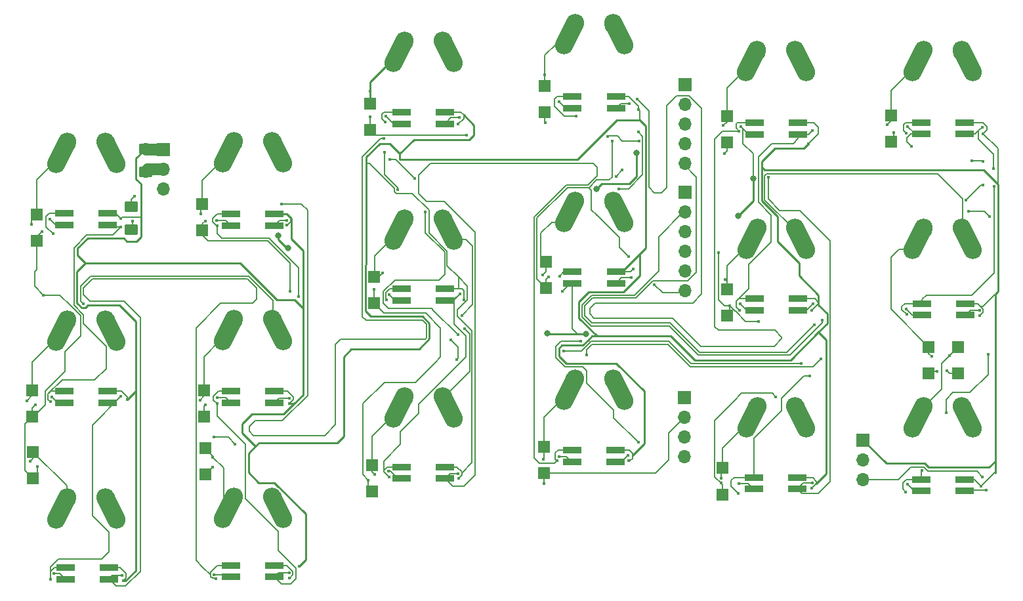
<source format=gbr>
G04 #@! TF.GenerationSoftware,KiCad,Pcbnew,(6.0.0)*
G04 #@! TF.CreationDate,2022-01-24T15:56:27+01:00*
G04 #@! TF.ProjectId,flex,666c6578-2e6b-4696-9361-645f70636258,rev?*
G04 #@! TF.SameCoordinates,Original*
G04 #@! TF.FileFunction,Copper,L1,Top*
G04 #@! TF.FilePolarity,Positive*
%FSLAX46Y46*%
G04 Gerber Fmt 4.6, Leading zero omitted, Abs format (unit mm)*
G04 Created by KiCad (PCBNEW (6.0.0)) date 2022-01-24 15:56:27*
%MOMM*%
%LPD*%
G01*
G04 APERTURE LIST*
G04 Aperture macros list*
%AMRoundRect*
0 Rectangle with rounded corners*
0 $1 Rounding radius*
0 $2 $3 $4 $5 $6 $7 $8 $9 X,Y pos of 4 corners*
0 Add a 4 corners polygon primitive as box body*
4,1,4,$2,$3,$4,$5,$6,$7,$8,$9,$2,$3,0*
0 Add four circle primitives for the rounded corners*
1,1,$1+$1,$2,$3*
1,1,$1+$1,$4,$5*
1,1,$1+$1,$6,$7*
1,1,$1+$1,$8,$9*
0 Add four rect primitives between the rounded corners*
20,1,$1+$1,$2,$3,$4,$5,0*
20,1,$1+$1,$4,$5,$6,$7,0*
20,1,$1+$1,$6,$7,$8,$9,0*
20,1,$1+$1,$8,$9,$2,$3,0*%
%AMHorizOval*
0 Thick line with rounded ends*
0 $1 width*
0 $2 $3 position (X,Y) of the first rounded end (center of the circle)*
0 $4 $5 position (X,Y) of the second rounded end (center of the circle)*
0 Add line between two ends*
20,1,$1,$2,$3,$4,$5,0*
0 Add two circle primitives to create the rounded ends*
1,1,$1,$2,$3*
1,1,$1,$4,$5*%
G04 Aperture macros list end*
G04 #@! TA.AperFunction,SMDPad,CuDef*
%ADD10R,1.524000X1.524000*%
G04 #@! TD*
G04 #@! TA.AperFunction,SMDPad,CuDef*
%ADD11R,2.400000X0.820000*%
G04 #@! TD*
G04 #@! TA.AperFunction,ComponentPad*
%ADD12R,1.700000X1.700000*%
G04 #@! TD*
G04 #@! TA.AperFunction,ComponentPad*
%ADD13O,1.700000X1.700000*%
G04 #@! TD*
G04 #@! TA.AperFunction,SMDPad,CuDef*
%ADD14RoundRect,0.250001X-0.624999X0.462499X-0.624999X-0.462499X0.624999X-0.462499X0.624999X0.462499X0*%
G04 #@! TD*
G04 #@! TA.AperFunction,ComponentPad*
%ADD15HorizOval,2.350000X-0.713917X1.431895X0.713917X-1.431895X0*%
G04 #@! TD*
G04 #@! TA.AperFunction,ComponentPad*
%ADD16C,2.350000*%
G04 #@! TD*
G04 #@! TA.AperFunction,ComponentPad*
%ADD17HorizOval,2.350000X0.713917X1.431895X-0.713917X-1.431895X0*%
G04 #@! TD*
G04 #@! TA.AperFunction,ViaPad*
%ADD18C,0.400000*%
G04 #@! TD*
G04 #@! TA.AperFunction,ViaPad*
%ADD19C,0.800000*%
G04 #@! TD*
G04 #@! TA.AperFunction,Conductor*
%ADD20C,0.130000*%
G04 #@! TD*
G04 #@! TA.AperFunction,Conductor*
%ADD21C,0.250000*%
G04 #@! TD*
G04 #@! TA.AperFunction,Conductor*
%ADD22C,0.150000*%
G04 #@! TD*
G04 #@! TA.AperFunction,Conductor*
%ADD23C,1.524000*%
G04 #@! TD*
G04 APERTURE END LIST*
D10*
X37325200Y-86864400D03*
X37325200Y-83464400D03*
D11*
X157055999Y-73067998D03*
X151455999Y-73067998D03*
X151455999Y-71567998D03*
X157055999Y-71567998D03*
D10*
X125825200Y-119564400D03*
X125825200Y-116164400D03*
X102875200Y-70214400D03*
X102875200Y-66814400D03*
D11*
X46640000Y-130480000D03*
X41040000Y-130480000D03*
X41040000Y-128980000D03*
X46640000Y-128980000D03*
D12*
X53670000Y-75100000D03*
D13*
X53670000Y-77640000D03*
X53670000Y-80180000D03*
D11*
X90006000Y-94517999D03*
X84406000Y-94517999D03*
X84406000Y-93017999D03*
X90006000Y-93017999D03*
D10*
X59084000Y-117006000D03*
X59084000Y-113606000D03*
X80875200Y-94864400D03*
X80875200Y-91464400D03*
D14*
X51350000Y-74982500D03*
X51350000Y-77957500D03*
D10*
X103071482Y-92945200D03*
X103071482Y-89545200D03*
X36725200Y-109514400D03*
X36725200Y-106114400D03*
D11*
X135556000Y-95818000D03*
X129956000Y-95818000D03*
X129956000Y-94318000D03*
X135556000Y-94318000D03*
X67965999Y-107747999D03*
X62365999Y-107747999D03*
X62365999Y-106247999D03*
X67965999Y-106247999D03*
D12*
X120960800Y-66719199D03*
D13*
X120960800Y-69259199D03*
X120960800Y-71799199D03*
X120960800Y-74339199D03*
X120960800Y-76879199D03*
D11*
X111981000Y-115367999D03*
X106381000Y-115367999D03*
X106381000Y-113867999D03*
X111981000Y-113867999D03*
D12*
X120960800Y-80536799D03*
D13*
X120960800Y-83076799D03*
X120960800Y-85616799D03*
X120960800Y-88156799D03*
X120960800Y-90696799D03*
X120960800Y-93236799D03*
D12*
X143955200Y-112534400D03*
D13*
X143955200Y-115074400D03*
X143955200Y-117614400D03*
D11*
X112056000Y-69717999D03*
X106456000Y-69717999D03*
X106456000Y-68217999D03*
X112056000Y-68217999D03*
D10*
X80375200Y-72564400D03*
X80375200Y-69164400D03*
D14*
X49510000Y-82412500D03*
X49510000Y-85387500D03*
D10*
X126375200Y-96514400D03*
X126375200Y-93114400D03*
X58675200Y-85514400D03*
X58675200Y-82114400D03*
D11*
X46450000Y-107760000D03*
X40850000Y-107760000D03*
X40850000Y-106260000D03*
X46450000Y-106260000D03*
D10*
X80575200Y-119214400D03*
X80575200Y-115814400D03*
D11*
X90006000Y-117517999D03*
X84406000Y-117517999D03*
X84406000Y-116017999D03*
X90006000Y-116017999D03*
D10*
X126375200Y-74114400D03*
X126375200Y-70714400D03*
D12*
X120900000Y-107100000D03*
D13*
X120900000Y-109640000D03*
X120900000Y-112180000D03*
X120900000Y-114720000D03*
D10*
X102775200Y-116814400D03*
X102775200Y-113414400D03*
D11*
X157055999Y-119117998D03*
X151455999Y-119117998D03*
X151455999Y-117617998D03*
X157055999Y-117617998D03*
X157155999Y-96417998D03*
X151555999Y-96417998D03*
X151555999Y-94917998D03*
X157155999Y-94917998D03*
D10*
X36825200Y-117464400D03*
X36825200Y-114064400D03*
D11*
X112056000Y-92317999D03*
X106456000Y-92317999D03*
X106456000Y-90817999D03*
X112056000Y-90817999D03*
X67965999Y-84857999D03*
X62365999Y-84857999D03*
X62365999Y-83357999D03*
X67965999Y-83357999D03*
D10*
X156175200Y-103964400D03*
X156175200Y-100564400D03*
X58889893Y-109514400D03*
X58889893Y-106114400D03*
D11*
X46500000Y-84760000D03*
X40900000Y-84760000D03*
X40900000Y-83260000D03*
X46500000Y-83260000D03*
X135456000Y-118868000D03*
X129856000Y-118868000D03*
X129856000Y-117368000D03*
X135456000Y-117368000D03*
D10*
X147525200Y-74064400D03*
X147525200Y-70664400D03*
X152425200Y-103964400D03*
X152425200Y-100564400D03*
D11*
X67965200Y-130204400D03*
X62365200Y-130204400D03*
X62365200Y-128704400D03*
X67965200Y-128704400D03*
X90006000Y-71717999D03*
X84406000Y-71717999D03*
X84406000Y-70217999D03*
X90006000Y-70217999D03*
X135556000Y-73118000D03*
X129956000Y-73118000D03*
X129956000Y-71618000D03*
X135556000Y-71618000D03*
D15*
X90416413Y-108315545D03*
D16*
X89793400Y-107073200D03*
D17*
X84090387Y-108315545D03*
D16*
X84713400Y-107073200D03*
X67781599Y-97116400D03*
D15*
X68404612Y-98358745D03*
D16*
X62701599Y-97116400D03*
D17*
X62078586Y-98358745D03*
D15*
X112387413Y-83144145D03*
D16*
X111764400Y-81901800D03*
X106684400Y-81901800D03*
D17*
X106061387Y-83144145D03*
D15*
X135909413Y-86605145D03*
D16*
X135286400Y-85362800D03*
X130206400Y-85362800D03*
D17*
X129583387Y-86605145D03*
D16*
X89793400Y-84111600D03*
D15*
X90416413Y-85353945D03*
D16*
X84713400Y-84111600D03*
D17*
X84090387Y-85353945D03*
D15*
X112387413Y-106054945D03*
D16*
X111764400Y-104812600D03*
D17*
X106061387Y-106054945D03*
D16*
X106684400Y-104812600D03*
D15*
X112387413Y-60182545D03*
D16*
X111764400Y-58940200D03*
X106684400Y-58940200D03*
D17*
X106061387Y-60182545D03*
D16*
X156749399Y-62426598D03*
D15*
X157372412Y-63668943D03*
D17*
X151046386Y-63668943D03*
D16*
X151669399Y-62426598D03*
X67781599Y-120052600D03*
D15*
X68404612Y-121294945D03*
D16*
X62701599Y-120052600D03*
D17*
X62078586Y-121294945D03*
D16*
X89793400Y-61175400D03*
D15*
X90416413Y-62417745D03*
D17*
X84090387Y-62417745D03*
D16*
X84713400Y-61175400D03*
X156774799Y-85362798D03*
D15*
X157397812Y-86605143D03*
D16*
X151694799Y-85362798D03*
D17*
X151071786Y-86605143D03*
D15*
X157397812Y-109566743D03*
D16*
X156774799Y-108324398D03*
X151694799Y-108324398D03*
D17*
X151071786Y-109566743D03*
D16*
X135261000Y-62426600D03*
D15*
X135884013Y-63668945D03*
D17*
X129557987Y-63668945D03*
D16*
X130181000Y-62426600D03*
X46277200Y-74212201D03*
D15*
X46900213Y-75454546D03*
D17*
X40574187Y-75454546D03*
D16*
X41197200Y-74212201D03*
D15*
X135909413Y-109566745D03*
D16*
X135286400Y-108324400D03*
D17*
X129583387Y-109566745D03*
D16*
X130206400Y-108324400D03*
X67781599Y-74154800D03*
D15*
X68404612Y-75397145D03*
D17*
X62078586Y-75397145D03*
D16*
X62701599Y-74154800D03*
X46277200Y-97148401D03*
D15*
X46900213Y-98390746D03*
D17*
X40574187Y-98390746D03*
D16*
X41197200Y-97148401D03*
D15*
X46900213Y-121352346D03*
D16*
X46277200Y-120110001D03*
D17*
X40574187Y-121352346D03*
D16*
X41197200Y-120110001D03*
D18*
X37425200Y-115914400D03*
X37125200Y-108014400D03*
X87456000Y-83067999D03*
X91700000Y-98977199D03*
X38025200Y-85664400D03*
X38215200Y-93824400D03*
X114966400Y-112845599D03*
X59075200Y-84264400D03*
X107511766Y-99800189D03*
X91547600Y-102177599D03*
X90785600Y-99637599D03*
X60225200Y-112164400D03*
X62915999Y-113067999D03*
X60045000Y-116045000D03*
X59050200Y-107989400D03*
X70025200Y-93384400D03*
X58480999Y-83364400D03*
X80125200Y-117714400D03*
X80825200Y-93064400D03*
X92775200Y-73164400D03*
X111004000Y-73373999D03*
X80375200Y-70814400D03*
X115017200Y-73983599D03*
X36025200Y-107464400D03*
X80375200Y-67514400D03*
X60050000Y-114750000D03*
X125925200Y-71914400D03*
X103375200Y-91514400D03*
X102925200Y-71614400D03*
X113696400Y-88867999D03*
X102800000Y-118150000D03*
X111565200Y-73994400D03*
X58375200Y-107364400D03*
X147025200Y-71814400D03*
X80925200Y-117014400D03*
X130425200Y-97214400D03*
X125275200Y-88314400D03*
X125625200Y-118114400D03*
X126025200Y-75564400D03*
X126725200Y-95214400D03*
X132675200Y-106964400D03*
X138537600Y-102076000D03*
X159382609Y-79622398D03*
X154775200Y-103614400D03*
X147925200Y-72864400D03*
X108251300Y-101577499D03*
X157252143Y-81575718D03*
X153525200Y-103664400D03*
X43383200Y-94945200D03*
X92181000Y-96467999D03*
X138690000Y-97097600D03*
X157943199Y-76523598D03*
X86061200Y-78819421D03*
X159415860Y-76575649D03*
X137623200Y-97656400D03*
X82911600Y-76371199D03*
X112883600Y-77691999D03*
X92512800Y-98164399D03*
X105284247Y-101039352D03*
X157536799Y-83025998D03*
X160272189Y-83720812D03*
X135946800Y-102634990D03*
X112070800Y-78522977D03*
X117024009Y-92482609D03*
X102875200Y-65414400D03*
X36475200Y-115264400D03*
X159005999Y-96517998D03*
X137306000Y-95818000D03*
X71205200Y-128804400D03*
X69915200Y-130314400D03*
X137356000Y-118768000D03*
X92411200Y-94467999D03*
X49000000Y-107300000D03*
X159455999Y-73017998D03*
X114975200Y-69864400D03*
X69915999Y-107867999D03*
X48500000Y-130700000D03*
X91706000Y-71767999D03*
X69566001Y-84767999D03*
X136913995Y-74296210D03*
X113706000Y-115217999D03*
X114262994Y-90482029D03*
X159155999Y-118467998D03*
X91806000Y-117467999D03*
X48160000Y-83960000D03*
X49670000Y-84250000D03*
X39425200Y-85914400D03*
X39100000Y-130500000D03*
X48200000Y-106900000D03*
X60483529Y-130451058D03*
X48346598Y-130019783D03*
X48170000Y-85060000D03*
X39100000Y-107600000D03*
X126125200Y-91864400D03*
X69915200Y-129714400D03*
X60615999Y-107867999D03*
X69915999Y-107167999D03*
X71095200Y-94054400D03*
X60615999Y-84867999D03*
X82125200Y-73629400D03*
X69600980Y-84167999D03*
X82306000Y-71467999D03*
X68925200Y-82064400D03*
X36675200Y-84714400D03*
X81990988Y-90948612D03*
X82487421Y-94414187D03*
X82206000Y-75367999D03*
X91877188Y-70939187D03*
X83919790Y-80246462D03*
X91940990Y-93667999D03*
X82805988Y-117347377D03*
X91706000Y-116867999D03*
X104456000Y-115217999D03*
X104806000Y-91367999D03*
X113645991Y-114478567D03*
X114971010Y-72797210D03*
X114056000Y-91567999D03*
X112426400Y-80130399D03*
X106925200Y-70714400D03*
X114775200Y-68564400D03*
X113756000Y-69117999D03*
X127956000Y-72652990D03*
X102675200Y-115014400D03*
X102575200Y-91264400D03*
X128006000Y-95768000D03*
X137434761Y-72596761D03*
X137502188Y-94964188D03*
X137064400Y-104260400D03*
X127818800Y-119449600D03*
X149492996Y-72954995D03*
X137402188Y-118064188D03*
X131730402Y-78650468D03*
X125675200Y-117464400D03*
X160838799Y-79825598D03*
X149555999Y-96317998D03*
X159305999Y-72167998D03*
X160787999Y-77539598D03*
X158977187Y-95796810D03*
X154641199Y-109038852D03*
X149455999Y-119217998D03*
X151552408Y-116485658D03*
X160059799Y-101464400D03*
D19*
X127869600Y-83584800D03*
D18*
X149655999Y-118267998D03*
D19*
X114725434Y-75443765D03*
X103200000Y-98800000D03*
D18*
X60515999Y-84167999D03*
X39265010Y-106965010D03*
X104706000Y-68867999D03*
X39565003Y-129715338D03*
X149670609Y-72072787D03*
D19*
X69764399Y-87750399D03*
D18*
X82406000Y-70767999D03*
D19*
X108159200Y-98824799D03*
D18*
X82817432Y-93738518D03*
X127956000Y-118118000D03*
D19*
X109530800Y-80181199D03*
D18*
X60615999Y-107067999D03*
X128154662Y-72086821D03*
X82685336Y-116589711D03*
D19*
X129749200Y-78809600D03*
D18*
X104706000Y-114667999D03*
X149517316Y-95621691D03*
X39000000Y-84000000D03*
X150225200Y-74651798D03*
X105159275Y-93345241D03*
X128071010Y-94968000D03*
X60215200Y-129914400D03*
D19*
X68483599Y-86135599D03*
D18*
X49930000Y-81070000D03*
X159825200Y-119014400D03*
X159375200Y-117274400D03*
X155075200Y-101664400D03*
X152825200Y-101764400D03*
D20*
X87534073Y-95593008D02*
X84314591Y-95593008D01*
X38469990Y-106230010D02*
X41000000Y-103700000D01*
X37425200Y-116864400D02*
X36825200Y-117464400D01*
X35798199Y-110441401D02*
X35798199Y-116437399D01*
X37425200Y-115914400D02*
X37425200Y-116864400D01*
X43000000Y-96495904D02*
X41701848Y-95197752D01*
X88499600Y-95776799D02*
X88315809Y-95593008D01*
X41701848Y-95197752D02*
X40328496Y-93824400D01*
X37100000Y-90769822D02*
X37100000Y-92709200D01*
X37100000Y-92709200D02*
X38215200Y-93824400D01*
X37325200Y-86364400D02*
X38025200Y-85664400D01*
X89956000Y-88299645D02*
X87456000Y-85799645D01*
X38469990Y-107959190D02*
X38469990Y-106230010D01*
X87456000Y-85799645D02*
X87456000Y-83067999D01*
X36914780Y-109514400D02*
X38469990Y-107959190D01*
X37100000Y-90769822D02*
X37325200Y-90544622D01*
X91700000Y-98977199D02*
X88499600Y-95776799D01*
X88315809Y-95593008D02*
X84314591Y-95593008D01*
X43000000Y-99100000D02*
X43000000Y-96495904D01*
X89956000Y-91117999D02*
X89956000Y-88299645D01*
X37325200Y-86864400D02*
X37325200Y-86364400D01*
X83519566Y-91876339D02*
X89197660Y-91876339D01*
X41000000Y-101100000D02*
X43000000Y-99100000D01*
X36725200Y-108414400D02*
X37125200Y-108014400D01*
X37325200Y-90544622D02*
X37325200Y-86864400D01*
X82022411Y-93373494D02*
X83519566Y-91876339D01*
X41000000Y-103700000D02*
X41000000Y-101100000D01*
X40328496Y-93824400D02*
X38215200Y-93824400D01*
X36725200Y-109514400D02*
X36914780Y-109514400D01*
X82731009Y-95593008D02*
X82022411Y-94884410D01*
X36725200Y-109514400D02*
X35798199Y-110441401D01*
X36725200Y-109514400D02*
X36725200Y-108414400D01*
X35798199Y-116437399D02*
X36825200Y-117464400D01*
X82022411Y-94884410D02*
X82022411Y-93373494D01*
X84314591Y-95593008D02*
X82731009Y-95593008D01*
X89197660Y-91876339D02*
X89956000Y-91117999D01*
X59446009Y-86798009D02*
X67131303Y-86798009D01*
X105758010Y-103058010D02*
X105506452Y-103058009D01*
X67131303Y-86798009D02*
X70025200Y-89691906D01*
X104309990Y-101861547D02*
X104309990Y-100490010D01*
X60225200Y-112164400D02*
X62012400Y-112164400D01*
X62012400Y-112164400D02*
X62915999Y-113067999D01*
X91700000Y-102025199D02*
X91547600Y-102177599D01*
X91700000Y-100551999D02*
X91700000Y-101669599D01*
X108311600Y-105174799D02*
X108311600Y-103560800D01*
X107014853Y-103058010D02*
X105941990Y-103058010D01*
X111788142Y-108651341D02*
X108311600Y-105174799D01*
X114966400Y-112845599D02*
X111788142Y-109667341D01*
X105941990Y-103058010D02*
X105758010Y-103058010D01*
X58675200Y-85514400D02*
X58675200Y-84664400D01*
X105506452Y-103058009D02*
X104309990Y-101861547D01*
X58675200Y-84664400D02*
X59075200Y-84264400D01*
X59084000Y-117006000D02*
X60045000Y-116045000D01*
X58015999Y-85367999D02*
X59446009Y-86798009D01*
X58889893Y-108149707D02*
X59050200Y-107989400D01*
X108311600Y-103560800D02*
X107808810Y-103058010D01*
X70025200Y-89691906D02*
X70025200Y-93384400D01*
X104309990Y-100490010D02*
X104999811Y-99800189D01*
X91700000Y-101669599D02*
X91700000Y-102025199D01*
X58889893Y-109514400D02*
X58889893Y-108149707D01*
X104999811Y-99800189D02*
X107511766Y-99800189D01*
X111788142Y-109667341D02*
X111788142Y-108651341D01*
X90785600Y-99637599D02*
X91700000Y-100551999D01*
X107808810Y-103058010D02*
X107014853Y-103058010D01*
X58480999Y-82308601D02*
X58675200Y-82114400D01*
X61431599Y-76694800D02*
X61050065Y-76694800D01*
X61050065Y-76694800D02*
X58675200Y-79069665D01*
X58480999Y-83364400D02*
X58480999Y-82308601D01*
X58675200Y-79069665D02*
X58675200Y-82114400D01*
X112223200Y-73323199D02*
X111054800Y-73323199D01*
X112883600Y-73983599D02*
X112223200Y-73323199D01*
X89425200Y-101844485D02*
X89425200Y-98064400D01*
X88725200Y-102544485D02*
X89425200Y-101844485D01*
X80825200Y-93064400D02*
X80825200Y-94814400D01*
X115017200Y-73983599D02*
X112883600Y-73983599D01*
X80825200Y-94814400D02*
X80875200Y-94864400D01*
X80875200Y-94864400D02*
X82159589Y-96148789D01*
X82175200Y-105114400D02*
X79425200Y-107864400D01*
X80975200Y-73164400D02*
X80375200Y-72564400D01*
X82159589Y-96148789D02*
X87509589Y-96148789D01*
X86155285Y-105114400D02*
X82175200Y-105114400D01*
X79425200Y-117014400D02*
X80125200Y-117714400D01*
X80125200Y-118764400D02*
X80575200Y-119214400D01*
X79425200Y-107864400D02*
X79425200Y-117014400D01*
X87509589Y-96148789D02*
X89425200Y-98064400D01*
X88725200Y-102544485D02*
X86155285Y-105114400D01*
X80375200Y-72564400D02*
X80375200Y-70814400D01*
X111054800Y-73323199D02*
X111004000Y-73373999D01*
X92775200Y-73164400D02*
X80975200Y-73164400D01*
X80125200Y-117714400D02*
X80125200Y-118764400D01*
X39927200Y-99688401D02*
X39545666Y-99688401D01*
X39545666Y-99688401D02*
X36725200Y-102508867D01*
X36725200Y-106764400D02*
X36025200Y-107464400D01*
X36725200Y-102508867D02*
X36725200Y-106114400D01*
X36725200Y-106114400D02*
X36725200Y-106764400D01*
D21*
X83443400Y-63715400D02*
X82973066Y-63715400D01*
X82973066Y-63715400D02*
X80375200Y-66313266D01*
X80375200Y-67514400D02*
X80375200Y-69164400D01*
X80375200Y-66313266D02*
X80375200Y-67514400D01*
D20*
X59084000Y-113606000D02*
X60050000Y-114572000D01*
X61431599Y-122592600D02*
X61431599Y-116131599D01*
X61431599Y-116131599D02*
X60050000Y-114750000D01*
X60050000Y-114572000D02*
X60050000Y-114750000D01*
X126375200Y-67120866D02*
X128529466Y-64966600D01*
X126375200Y-71464400D02*
X125925200Y-71914400D01*
X126375200Y-70714400D02*
X126375200Y-67120866D01*
X126375200Y-70714400D02*
X126375200Y-71464400D01*
X128529466Y-64966600D02*
X128911000Y-64966600D01*
X102775200Y-116814400D02*
X102775200Y-118125200D01*
X107835200Y-79964400D02*
X108565200Y-79964400D01*
X101875200Y-91748918D02*
X103071482Y-92945200D01*
X112477200Y-87648799D02*
X113696400Y-88867999D01*
X107835200Y-79964400D02*
X108579199Y-79964400D01*
X103071482Y-92945200D02*
X103071482Y-91818118D01*
X111565200Y-73994400D02*
X111565200Y-78581001D01*
X118900000Y-115100000D02*
X118900000Y-111640000D01*
X116055200Y-116814400D02*
X117185600Y-116814400D01*
X108565200Y-79964400D02*
X108870400Y-80269600D01*
X107835200Y-79964400D02*
X105785199Y-79964400D01*
X109573799Y-78969800D02*
X111176401Y-78969800D01*
X102775200Y-118125200D02*
X102800000Y-118150000D01*
X108579199Y-79964400D02*
X109573799Y-78969800D01*
X102875200Y-71564400D02*
X102925200Y-71614400D01*
X108870400Y-82822799D02*
X109607000Y-83559399D01*
X102775200Y-116814400D02*
X116055200Y-116814400D01*
X103071482Y-91818118D02*
X103375200Y-91514400D01*
X112477200Y-86429599D02*
X109607000Y-83559399D01*
X102875200Y-70214400D02*
X102875200Y-71564400D01*
X117185600Y-116814400D02*
X118900000Y-115100000D01*
X112477200Y-86429599D02*
X112477200Y-87648799D01*
X118900000Y-111640000D02*
X120900000Y-109640000D01*
X111176401Y-78969800D02*
X111562800Y-78583401D01*
X105785199Y-79964400D02*
X101875200Y-83874399D01*
X111565200Y-78581001D02*
X111562800Y-78583401D01*
X108870400Y-80269600D02*
X108870400Y-82822799D01*
X109607000Y-83559399D02*
X109538839Y-83491238D01*
X101875200Y-83874399D02*
X101875200Y-91748918D01*
X58889893Y-106849707D02*
X58375200Y-107364400D01*
X61431599Y-99656400D02*
X61050065Y-99656400D01*
X58889893Y-101816572D02*
X58889893Y-106114400D01*
X61050065Y-99656400D02*
X58889893Y-101816572D01*
X58889893Y-106114400D02*
X58889893Y-106849707D01*
X147525200Y-70664400D02*
X147525200Y-71314400D01*
X147525200Y-71314400D02*
X147025200Y-71814400D01*
X150017865Y-64966598D02*
X150399399Y-64966598D01*
X147525200Y-67459263D02*
X150017865Y-64966598D01*
X147525200Y-70664400D02*
X147525200Y-67459263D01*
X80575200Y-115814400D02*
X80575200Y-112099866D01*
X80575200Y-115814400D02*
X80575200Y-116664400D01*
X83061866Y-109613200D02*
X83443400Y-109613200D01*
X80575200Y-116664400D02*
X80925200Y-117014400D01*
X80575200Y-112099866D02*
X83061866Y-109613200D01*
X125275200Y-94414400D02*
X126075200Y-95214400D01*
X126375200Y-74114400D02*
X126375200Y-75214400D01*
X125825200Y-119564400D02*
X125825200Y-118314400D01*
X126375200Y-75214400D02*
X126025200Y-75564400D01*
X126725200Y-96164400D02*
X126375200Y-96514400D01*
X132205400Y-106494600D02*
X132675200Y-106964400D01*
X126725200Y-95214400D02*
X126725200Y-96164400D01*
X130425200Y-97214400D02*
X128764198Y-97214400D01*
X128764198Y-97214400D02*
X127475200Y-95925402D01*
X124798199Y-117287399D02*
X124798199Y-109991401D01*
X126075200Y-95214400D02*
X126725200Y-95214400D01*
X128295000Y-106494600D02*
X132205400Y-106494600D01*
X127244800Y-107544800D02*
X128295000Y-106494600D01*
X125825200Y-118314400D02*
X125625200Y-118114400D01*
X127436202Y-95925402D02*
X126725200Y-95214400D01*
X124798199Y-109991401D02*
X127244800Y-107544800D01*
X125275200Y-88314400D02*
X125275200Y-94414400D01*
X127475200Y-95925402D02*
X127436202Y-95925402D01*
X125625200Y-118114400D02*
X124798199Y-117287399D01*
X156175200Y-103964400D02*
X155125200Y-103964400D01*
X108251300Y-101577499D02*
X108251300Y-100866299D01*
X147925200Y-73664400D02*
X147525200Y-74064400D01*
X118768391Y-100168391D02*
X121700000Y-103100000D01*
X153525200Y-103664400D02*
X152725200Y-103664400D01*
X159205463Y-79622398D02*
X159382609Y-79622398D01*
X155125200Y-103964400D02*
X154775200Y-103614400D01*
X137513600Y-103100000D02*
X138537600Y-102076000D01*
X157252143Y-81575718D02*
X159205463Y-79622398D01*
X147925200Y-72864400D02*
X147925200Y-73664400D01*
X108949208Y-100168391D02*
X118768391Y-100168391D01*
X121700000Y-103100000D02*
X137513600Y-103100000D01*
X108251300Y-100866299D02*
X108949208Y-100168391D01*
X152725200Y-103664400D02*
X152425200Y-103964400D01*
X44246800Y-91440000D02*
X43027600Y-92659200D01*
X107677169Y-95090430D02*
X108923421Y-93844178D01*
X122655200Y-101554400D02*
X134516042Y-101554400D01*
X131507201Y-78185465D02*
X132394135Y-78185465D01*
D22*
X64655999Y-91407999D02*
X64612390Y-91364390D01*
D20*
X67781599Y-94533599D02*
X64655999Y-91407999D01*
X114451115Y-93844178D02*
X117557200Y-90738093D01*
X67781599Y-97116400D02*
X67781599Y-94533599D01*
X156774799Y-85362798D02*
X156774799Y-81400398D01*
X117557200Y-86327999D02*
X120656000Y-83229199D01*
X117557200Y-90738093D02*
X117557200Y-86327999D01*
X131507200Y-78185466D02*
X131265400Y-78427266D01*
X122655200Y-101554400D02*
X118909599Y-97808799D01*
D22*
X64612390Y-91364390D02*
X44322410Y-91364390D01*
D20*
X108923421Y-93844178D02*
X114451115Y-93844178D01*
X153559865Y-78185464D02*
X132394136Y-78185464D01*
X108841882Y-97808799D02*
X107677169Y-96644086D01*
D22*
X44322410Y-91364390D02*
X44246800Y-91440000D01*
D20*
X43027600Y-92659200D02*
X43027600Y-94589600D01*
X134528410Y-101542032D02*
X134605621Y-101464821D01*
X131507200Y-78185466D02*
X131507201Y-78185465D01*
X132394136Y-78185464D02*
X132394135Y-78185465D01*
X44246800Y-91440000D02*
X44272800Y-91414000D01*
X131265400Y-78427266D02*
X131265399Y-81544999D01*
X131265399Y-81544999D02*
X135083200Y-85362800D01*
X134605621Y-101464821D02*
X138690000Y-97380442D01*
X107677169Y-96644086D02*
X107677169Y-95090430D01*
X135083200Y-85362800D02*
X135286400Y-85362800D01*
X93579600Y-87506100D02*
X92725100Y-86651600D01*
X156774799Y-81400398D02*
X153559865Y-78185464D01*
X92181000Y-96467999D02*
X93579600Y-95069399D01*
X92725100Y-86651600D02*
X91063400Y-86651600D01*
X118909599Y-97808799D02*
X118809599Y-97808799D01*
X134516042Y-101554400D02*
X134605621Y-101464821D01*
X132394135Y-78185465D02*
X132507200Y-78185465D01*
X118809599Y-97808799D02*
X108841882Y-97808799D01*
X93579600Y-95069399D02*
X93579600Y-87506100D01*
X138690000Y-97380442D02*
X138690000Y-97097600D01*
X43027600Y-94589600D02*
X43383200Y-94945200D01*
X118929599Y-97808799D02*
X118809599Y-97808799D01*
X108007179Y-96507390D02*
X108952988Y-97453199D01*
X119073999Y-97453199D02*
X122832822Y-101212022D01*
X82911600Y-76371199D02*
X83612978Y-76371199D01*
X134067578Y-101212022D02*
X137623200Y-97656400D01*
X114638610Y-94174189D02*
X109060116Y-94174189D01*
X121290202Y-92017599D02*
X116795200Y-92017599D01*
X116795200Y-92017599D02*
X114638610Y-94174189D01*
X108007180Y-95227125D02*
X108007179Y-96507390D01*
X108952988Y-97453199D02*
X119073999Y-97453199D01*
X83612978Y-76371199D02*
X86061200Y-78819421D01*
X120706800Y-76879199D02*
X122454299Y-78626698D01*
X109060116Y-94174189D02*
X108007180Y-95227125D01*
X157943199Y-76523598D02*
X159363809Y-76523598D01*
X122832822Y-101212022D02*
X134067578Y-101212022D01*
X159363809Y-76523598D02*
X159415860Y-76575649D01*
X122454299Y-90853502D02*
X121290202Y-92017599D01*
X122454299Y-78626698D02*
X122454299Y-90853502D01*
X121701696Y-102634990D02*
X135946800Y-102634990D01*
X108835304Y-99815589D02*
X118882295Y-99815589D01*
X159577375Y-83025998D02*
X160272189Y-83720812D01*
X89793400Y-107073200D02*
X93173200Y-103693400D01*
X107611541Y-101039352D02*
X108835304Y-99815589D01*
X93173200Y-103693400D02*
X93173200Y-98824799D01*
X157536799Y-83025998D02*
X159577375Y-83025998D01*
X93173200Y-98824799D02*
X92512800Y-98164399D01*
X105284247Y-101039352D02*
X107611541Y-101039352D01*
X112883600Y-77710177D02*
X112883600Y-77691999D01*
X112070800Y-78522977D02*
X112883600Y-77710177D01*
X118882295Y-99815589D02*
X121701696Y-102634990D01*
X118082999Y-93541599D02*
X117024009Y-92482609D01*
X121468800Y-93541599D02*
X118082999Y-93541599D01*
X102875200Y-62864400D02*
X104259400Y-61480200D01*
X104259400Y-61480200D02*
X105414400Y-61480200D01*
X102875200Y-66814400D02*
X102875200Y-65414400D01*
X102875200Y-65414400D02*
X102875200Y-62864400D01*
X36825200Y-114064400D02*
X36825200Y-114914400D01*
X41197200Y-118436400D02*
X41197200Y-120110001D01*
X36825200Y-114914400D02*
X36475200Y-115264400D01*
X36825200Y-114064400D02*
X41197200Y-118436400D01*
D21*
X50771599Y-83688401D02*
X50771599Y-80098401D01*
X105667999Y-102667999D02*
X104700000Y-101700000D01*
X115897191Y-87766808D02*
X115126000Y-88537999D01*
X115691401Y-106253400D02*
X112106000Y-102667999D01*
D20*
X138156000Y-73054205D02*
X136913995Y-74296210D01*
D21*
X50100000Y-129400000D02*
X48800000Y-130700000D01*
X115897191Y-72036808D02*
X115897191Y-87766808D01*
X134579600Y-102244400D02*
X138206000Y-98618000D01*
D20*
X137756000Y-94318000D02*
X138206000Y-94768000D01*
D21*
X107287160Y-96805635D02*
X109619568Y-99138043D01*
X107119199Y-76344400D02*
X112195600Y-71267999D01*
X105125191Y-100325191D02*
X107774144Y-100325191D01*
X159490788Y-77700585D02*
X161363800Y-79573597D01*
X82869918Y-74314400D02*
X84147559Y-75592041D01*
D20*
X50699999Y-83760001D02*
X50771599Y-83688401D01*
X70415999Y-107356201D02*
X69915999Y-107856201D01*
X83454788Y-80469664D02*
X83454788Y-80024469D01*
D21*
X131248164Y-77649788D02*
X130875388Y-77277012D01*
D20*
X91606000Y-95742999D02*
X92881000Y-94467999D01*
D21*
X137956000Y-118168000D02*
X139206000Y-116918000D01*
D20*
X70380201Y-129479401D02*
X70380201Y-129937601D01*
X48160000Y-83960000D02*
X48359999Y-83760001D01*
D21*
X139315989Y-97508011D02*
X139315989Y-96227989D01*
X65547999Y-113353599D02*
X64636646Y-114264952D01*
D20*
X161005001Y-116618996D02*
X161005001Y-116614599D01*
D21*
X77910200Y-100831998D02*
X76940200Y-101801998D01*
D20*
X67965999Y-83357999D02*
X69494201Y-83357999D01*
D21*
X160218066Y-116061136D02*
X152373494Y-116061136D01*
D20*
X91556000Y-116017999D02*
X92193500Y-116655499D01*
D21*
X48580000Y-86500000D02*
X48970000Y-86890000D01*
D23*
X51467500Y-75100000D02*
X51350000Y-74982500D01*
D21*
X108506000Y-99593335D02*
X108961292Y-99138043D01*
D20*
X48080000Y-128980000D02*
X48800000Y-129700000D01*
D21*
X89575200Y-73764400D02*
X93125200Y-73764400D01*
D20*
X114406000Y-68917999D02*
X114975200Y-69487199D01*
D21*
X48970000Y-86890000D02*
X50200000Y-86890000D01*
X108530157Y-93454168D02*
X107287157Y-94697168D01*
D20*
X138206000Y-94768000D02*
X138206000Y-94918000D01*
X159455999Y-96067998D02*
X159005999Y-96517998D01*
D21*
X108961292Y-99138043D02*
X109928756Y-99138043D01*
D20*
X69704201Y-84767999D02*
X69566001Y-84767999D01*
D21*
X93725200Y-73164400D02*
X93725200Y-71887199D01*
X161005001Y-116614599D02*
X161005001Y-116771000D01*
D20*
X93503211Y-115470788D02*
X93503211Y-98466606D01*
D21*
X93125200Y-73764400D02*
X93725200Y-73164400D01*
X131111800Y-76362200D02*
X132606000Y-74868000D01*
D20*
X90006000Y-93017999D02*
X91756000Y-93017999D01*
D21*
X146965189Y-115544389D02*
X143955200Y-112534400D01*
X138206000Y-98691958D02*
X138206000Y-98618000D01*
X70141000Y-86603000D02*
X70141000Y-83915998D01*
X161363800Y-93321397D02*
X161005001Y-93680196D01*
X50771599Y-80098401D02*
X50771599Y-79506266D01*
D20*
X90286011Y-90048010D02*
X90286010Y-88162949D01*
X157055999Y-117617998D02*
X158305999Y-117617998D01*
X48359999Y-83760001D02*
X50699999Y-83760001D01*
D21*
X84147559Y-76344400D02*
X84147559Y-75592041D01*
X43600000Y-89700000D02*
X43626000Y-89674000D01*
D20*
X92056000Y-70217999D02*
X92406000Y-70567999D01*
D21*
X115691401Y-112982598D02*
X115691401Y-106253400D01*
X71665999Y-95551599D02*
X71665999Y-88127999D01*
X119108843Y-99138043D02*
X122215200Y-102244400D01*
X72015999Y-127993601D02*
X71205200Y-128804400D01*
X48800000Y-130700000D02*
X48500000Y-130700000D01*
D20*
X70415999Y-106979797D02*
X70415999Y-107356201D01*
X158755999Y-94917998D02*
X159109199Y-95271198D01*
D21*
X65964150Y-118067999D02*
X68017000Y-118067999D01*
X109928756Y-99138043D02*
X110335156Y-99138043D01*
X50100000Y-106200000D02*
X50100000Y-129400000D01*
D20*
X113806000Y-113867999D02*
X114171001Y-114233000D01*
D21*
X87993518Y-99482039D02*
X86669558Y-100805999D01*
X93725200Y-71887199D02*
X92406000Y-70567999D01*
X43600000Y-89700000D02*
X42509989Y-90790011D01*
X84147559Y-75592041D02*
X85975200Y-73764400D01*
X79856000Y-76867999D02*
X79856000Y-76033600D01*
X48012842Y-95164400D02*
X50100000Y-97251558D01*
D20*
X157055999Y-71567998D02*
X159455999Y-71567998D01*
D21*
X132905200Y-86904051D02*
X132905200Y-83736358D01*
X112846000Y-90817999D02*
X112056000Y-90817999D01*
D20*
X161363800Y-79573597D02*
X161363800Y-74925799D01*
D21*
X106032001Y-102667999D02*
X105667999Y-102667999D01*
X79856000Y-76867999D02*
X79856000Y-79044000D01*
D20*
X135556000Y-94318000D02*
X137756000Y-94318000D01*
D21*
X50771599Y-79506266D02*
X50149990Y-78884657D01*
D20*
X113927024Y-90817999D02*
X114262994Y-90482029D01*
X159413999Y-95271198D02*
X161005001Y-93680196D01*
D21*
X135692800Y-91306400D02*
X135692800Y-89691651D01*
D20*
X49000000Y-107011798D02*
X49000000Y-107300000D01*
X138206000Y-94918000D02*
X137306000Y-95818000D01*
D21*
X132978748Y-77649788D02*
X133195012Y-77649788D01*
X79856000Y-76033600D02*
X81575200Y-74314400D01*
D20*
X92218500Y-117055499D02*
X92181000Y-117017999D01*
X137956000Y-117868000D02*
X137956000Y-118168000D01*
D21*
X139206000Y-99618000D02*
X138206000Y-98618000D01*
X156156612Y-77700585D02*
X159490788Y-77700585D01*
D20*
X114171001Y-114952998D02*
X113906000Y-115217999D01*
X92406000Y-70792999D02*
X92406000Y-71067999D01*
D21*
X65090799Y-109187999D02*
X63820799Y-110457999D01*
D20*
X90006000Y-116017999D02*
X91556000Y-116017999D01*
D21*
X43900000Y-86500000D02*
X42600000Y-87800000D01*
X161363800Y-79573597D02*
X161363800Y-93321397D01*
X43131199Y-95470201D02*
X43602400Y-95470201D01*
X115126000Y-91357241D02*
X113029073Y-93454168D01*
X133195013Y-77649787D02*
X133195012Y-77649788D01*
D20*
X48811600Y-129711600D02*
X48811600Y-130388400D01*
D21*
X42600000Y-87800000D02*
X42600000Y-88700000D01*
X43602400Y-95470201D02*
X43908201Y-95164400D01*
X50100000Y-106200000D02*
X49000000Y-107300000D01*
X109285244Y-99138043D02*
X109928756Y-99138043D01*
D20*
X70003402Y-130314400D02*
X69915200Y-130314400D01*
D21*
X70141000Y-83915998D02*
X70104500Y-83879498D01*
D20*
X92406000Y-70567999D02*
X92406000Y-70792999D01*
D21*
X50100000Y-97251558D02*
X50100000Y-106200000D01*
X107774144Y-100325191D02*
X108506000Y-99593335D01*
X64636646Y-114264952D02*
X64636646Y-116740495D01*
X87075674Y-96538799D02*
X87993518Y-97456643D01*
D20*
X135556000Y-71618000D02*
X137556000Y-71618000D01*
D21*
X87993518Y-97456643D02*
X87993518Y-99482039D01*
X65547999Y-113353599D02*
X66027198Y-112874400D01*
X63820799Y-110457999D02*
X63820799Y-111626399D01*
D20*
X90006000Y-70217999D02*
X92056000Y-70217999D01*
X137556000Y-71618000D02*
X138156000Y-72218000D01*
X46640000Y-128980000D02*
X48080000Y-128980000D01*
X137956000Y-118168000D02*
X137356000Y-118768000D01*
D21*
X68355557Y-94455999D02*
X70570399Y-94455999D01*
D20*
X92156000Y-93017999D02*
X92411200Y-93273199D01*
D21*
X79775200Y-89924800D02*
X79856000Y-89844000D01*
D20*
X83454788Y-80024469D02*
X80298318Y-76867999D01*
D21*
X42600000Y-88700000D02*
X43600000Y-89700000D01*
D20*
X90286010Y-88162949D02*
X87921002Y-85797941D01*
X157155999Y-94917998D02*
X158755999Y-94917998D01*
X159455999Y-95617998D02*
X159455999Y-96067998D01*
D21*
X138206000Y-95118000D02*
X138206000Y-93819600D01*
D20*
X87921002Y-82844797D02*
X85787668Y-80711463D01*
D21*
X86643559Y-100831998D02*
X86669558Y-100805999D01*
X42509989Y-94848991D02*
X43131199Y-95470201D01*
X70104500Y-83879498D02*
X69583001Y-83357999D01*
X50149990Y-76182510D02*
X51350000Y-74982500D01*
D20*
X159109199Y-95271198D02*
X159455999Y-95617998D01*
D21*
X66201292Y-92301734D02*
X68355557Y-94455999D01*
D20*
X160852997Y-116771000D02*
X161005001Y-116771000D01*
X135456000Y-117368000D02*
X137456000Y-117368000D01*
D21*
X133195012Y-77649788D02*
X131248164Y-77649788D01*
D20*
X159955999Y-72067998D02*
X159955999Y-72517998D01*
D21*
X80449599Y-96538799D02*
X79775200Y-95864400D01*
X115128382Y-71267999D02*
X115897191Y-72036808D01*
D20*
X114975200Y-69487199D02*
X114975200Y-69864400D01*
D21*
X46260000Y-86500000D02*
X48580000Y-86500000D01*
D20*
X91756000Y-91517999D02*
X90286011Y-90048010D01*
X69915999Y-107856201D02*
X69915999Y-107867999D01*
D21*
X161005001Y-93680196D02*
X161005001Y-115274201D01*
X72015999Y-122066998D02*
X72015999Y-127993601D01*
X136332000Y-74868000D02*
X136342205Y-74868000D01*
X115126000Y-88537999D02*
X112846000Y-90817999D01*
D20*
X114171001Y-114233000D02*
X114171001Y-114502998D01*
X159455999Y-71567998D02*
X159955999Y-72067998D01*
X67965200Y-128704400D02*
X69605200Y-128704400D01*
X91756000Y-93017999D02*
X91756000Y-91517999D01*
D21*
X132905200Y-83736358D02*
X130875388Y-81706546D01*
X138206000Y-93819600D02*
X135692800Y-91306400D01*
D20*
X111981000Y-113867999D02*
X113806000Y-113867999D01*
D21*
X112106000Y-102667999D02*
X106032001Y-102667999D01*
X77910200Y-100831998D02*
X86643559Y-100831998D01*
X114171001Y-114502998D02*
X115691401Y-112982598D01*
D20*
X92218500Y-117055499D02*
X91806000Y-117467999D01*
D21*
X115126000Y-88537999D02*
X115126000Y-91357241D01*
D20*
X92411200Y-93273199D02*
X92411200Y-94467999D01*
D21*
X136342205Y-74868000D02*
X136913995Y-74296210D01*
X138206000Y-98618000D02*
X139315989Y-97508011D01*
X63820799Y-111626399D02*
X65547999Y-113353599D01*
D20*
X112056000Y-90817999D02*
X113927024Y-90817999D01*
X69494201Y-83357999D02*
X70081000Y-83944798D01*
X91756000Y-93017999D02*
X92156000Y-93017999D01*
D21*
X46260000Y-86500000D02*
X43900000Y-86500000D01*
D20*
X92193500Y-116780499D02*
X92193500Y-116655499D01*
X114171001Y-114502998D02*
X114171001Y-114952998D01*
X115128382Y-71267999D02*
X115128382Y-70017582D01*
X115128382Y-70017582D02*
X114975200Y-69864400D01*
D21*
X113029073Y-93454168D02*
X108530157Y-93454168D01*
X134195012Y-77649787D02*
X133195013Y-77649787D01*
X130875388Y-77277012D02*
X130875388Y-76598612D01*
X81575200Y-74314400D02*
X82869918Y-74314400D01*
D20*
X48800000Y-129700000D02*
X48811600Y-129711600D01*
D21*
X79775200Y-95864400D02*
X79775200Y-89924800D01*
D20*
X138156000Y-72218000D02*
X138156000Y-73054205D01*
D21*
X84147559Y-76344400D02*
X107119199Y-76344400D01*
D20*
X158305999Y-117617998D02*
X159155999Y-118467998D01*
X92193500Y-117005499D02*
X92193500Y-116780499D01*
X161363800Y-74925799D02*
X159455999Y-73017998D01*
X92181000Y-117017999D02*
X92193500Y-117005499D01*
D21*
X151856747Y-115544389D02*
X146965189Y-115544389D01*
X130875388Y-81706546D02*
X130875388Y-77277012D01*
D20*
X46450000Y-106260000D02*
X48248202Y-106260000D01*
X46500000Y-83260000D02*
X47460000Y-83260000D01*
D21*
X71665999Y-106717999D02*
X70515999Y-107867999D01*
D20*
X70081000Y-84391200D02*
X69704201Y-84767999D01*
D21*
X79856000Y-89844000D02*
X79856000Y-79044000D01*
D20*
X137456000Y-117368000D02*
X137956000Y-117868000D01*
D21*
X70570399Y-94455999D02*
X71665999Y-95551599D01*
X64636646Y-116740495D02*
X65964150Y-118067999D01*
D20*
X113706000Y-68217999D02*
X114406000Y-68917999D01*
X70081000Y-83944798D02*
X70081000Y-84391200D01*
X159155999Y-118467998D02*
X160852997Y-116771000D01*
D21*
X70515999Y-107867999D02*
X69915999Y-107867999D01*
X110335156Y-99138043D02*
X119108843Y-99138043D01*
X104700000Y-100700000D02*
X105074809Y-100325191D01*
X50200000Y-86890000D02*
X50771599Y-86318401D01*
X76940200Y-101801998D02*
X76940200Y-112063598D01*
D20*
X47460000Y-83260000D02*
X48160000Y-83960000D01*
X48248202Y-106260000D02*
X49000000Y-107011798D01*
D21*
X132606000Y-74868000D02*
X136332000Y-74868000D01*
X82199599Y-96538799D02*
X87075674Y-96538799D01*
X135692800Y-89691651D02*
X132905200Y-86904051D01*
X156105813Y-77649786D02*
X156156612Y-77700585D01*
X69583001Y-83357999D02*
X67965999Y-83357999D01*
X71665999Y-88127999D02*
X70141000Y-86603000D01*
D20*
X160852997Y-116771000D02*
X161005001Y-116618996D01*
D21*
X139206000Y-116918000D02*
X139206000Y-99618000D01*
D20*
X85787668Y-80711463D02*
X83696588Y-80711464D01*
X91606000Y-96569395D02*
X91606000Y-95742999D01*
X83696588Y-80711464D02*
X83454788Y-80469664D01*
D21*
X134195012Y-77649787D02*
X134195013Y-77649786D01*
X161005001Y-115274201D02*
X161005001Y-116614599D01*
X112195600Y-71267999D02*
X115128382Y-71267999D01*
X66027198Y-112874400D02*
X76129398Y-112874400D01*
D20*
X159955999Y-72517998D02*
X159455999Y-73017998D01*
D21*
X109619568Y-99138043D02*
X110335156Y-99138043D01*
X43908201Y-95164400D02*
X48012842Y-95164400D01*
D20*
X70380201Y-129937601D02*
X70003402Y-130314400D01*
X93503211Y-98466606D02*
X91606000Y-96569395D01*
X113906000Y-115217999D02*
X113706000Y-115217999D01*
D21*
X82199599Y-96538799D02*
X80449599Y-96538799D01*
X69195999Y-109187999D02*
X65090799Y-109187999D01*
D20*
X69605200Y-128704400D02*
X70380201Y-129479401D01*
X92193500Y-116780499D02*
X93503211Y-115470788D01*
X159109199Y-95271198D02*
X159413999Y-95271198D01*
X67965999Y-106247999D02*
X69684201Y-106247999D01*
D21*
X139315989Y-96227989D02*
X138206000Y-95118000D01*
D20*
X92406000Y-71067999D02*
X91706000Y-71767999D01*
D21*
X70515999Y-107867999D02*
X69195999Y-109187999D01*
D20*
X69684201Y-106247999D02*
X70415999Y-106979797D01*
X48811600Y-130388400D02*
X48800000Y-130400000D01*
X48800000Y-130400000D02*
X48500000Y-130700000D01*
D21*
X42509989Y-90790011D02*
X42509989Y-94848991D01*
X138206000Y-95118000D02*
X138206000Y-94918000D01*
D20*
X92881000Y-92642999D02*
X91756000Y-91517999D01*
D21*
X134195013Y-77649786D02*
X156105813Y-77649786D01*
X71665999Y-95551599D02*
X71665999Y-106717999D01*
D20*
X87921002Y-85797941D02*
X87921002Y-82844797D01*
D21*
X107287157Y-94697168D02*
X107287160Y-96805635D01*
D20*
X80298318Y-76867999D02*
X79856000Y-76867999D01*
D21*
X43632001Y-89667999D02*
X43600000Y-89700000D01*
X50771599Y-86318401D02*
X50771599Y-83688401D01*
X68017000Y-118067999D02*
X72015999Y-122066998D01*
D20*
X92881000Y-94467999D02*
X92881000Y-92642999D01*
D21*
X76129398Y-112874400D02*
X76940200Y-112063598D01*
D20*
X112056000Y-68217999D02*
X113706000Y-68217999D01*
D21*
X161005001Y-115274201D02*
X160218066Y-116061136D01*
X63567557Y-89667999D02*
X66201292Y-92301734D01*
X50149990Y-78884657D02*
X50149990Y-76182510D01*
X122215200Y-102244400D02*
X134579600Y-102244400D01*
X104700000Y-101700000D02*
X104700000Y-100700000D01*
D23*
X53670000Y-75100000D02*
X51467500Y-75100000D01*
D21*
X130875388Y-76598612D02*
X131111800Y-76362200D01*
X152373494Y-116061136D02*
X151856747Y-115544389D01*
X63567557Y-89667999D02*
X43632001Y-89667999D01*
X85975200Y-73764400D02*
X89575200Y-73764400D01*
X105074809Y-100325191D02*
X105125191Y-100325191D01*
D20*
X38525200Y-85014400D02*
X39425200Y-85914400D01*
X40900000Y-83260000D02*
X38979600Y-83260000D01*
X49670000Y-84250000D02*
X49670000Y-85227500D01*
X38525200Y-83714400D02*
X38525200Y-85014400D01*
X49670000Y-85227500D02*
X49510000Y-85387500D01*
X38979600Y-83260000D02*
X38525200Y-83714400D01*
X47340000Y-107760000D02*
X46450000Y-107760000D01*
X40124800Y-127864400D02*
X45725200Y-127864400D01*
X39620000Y-128980000D02*
X39100000Y-129500000D01*
X48200000Y-106900000D02*
X47340000Y-107760000D01*
X46625200Y-126964400D02*
X46625200Y-124456187D01*
X44500000Y-110600000D02*
X48200000Y-106900000D01*
X41040000Y-128980000D02*
X39620000Y-128980000D01*
X44500000Y-116839200D02*
X44500000Y-122330987D01*
X39100000Y-129500000D02*
X39100000Y-130500000D01*
X44500000Y-116839200D02*
X44500000Y-110600000D01*
X39100000Y-130500000D02*
X39100000Y-128889200D01*
X39100000Y-128889200D02*
X40124800Y-127864400D01*
X44500000Y-122330987D02*
X46625200Y-124456187D01*
X45725200Y-127864400D02*
X46625200Y-126964400D01*
X59750199Y-129949399D02*
X59750199Y-130149399D01*
X58790800Y-128990000D02*
X57862892Y-128062092D01*
X43357611Y-93759904D02*
X44197707Y-94600000D01*
X44496695Y-91770011D02*
X43357611Y-92909095D01*
X50685200Y-129514800D02*
X48800000Y-131400000D01*
X44522695Y-91744011D02*
X44496695Y-91770011D01*
X47560000Y-131400000D02*
X46640000Y-130480000D01*
X50685200Y-96734400D02*
X50685200Y-129514800D01*
D22*
X44496695Y-91770011D02*
X44552306Y-91714400D01*
D20*
X44197707Y-94600000D02*
X48550800Y-94600000D01*
X59750199Y-129949399D02*
X58790800Y-128990000D01*
X65685989Y-92904695D02*
X64519304Y-91738010D01*
X60483529Y-130424529D02*
X60483529Y-130451058D01*
X59980201Y-130379401D02*
X60438401Y-130379401D01*
X43357611Y-92909095D02*
X43357611Y-93759904D01*
X47100217Y-130019783D02*
X48346598Y-130019783D01*
X62365200Y-128704400D02*
X60625200Y-128704400D01*
X60625200Y-128704400D02*
X59750199Y-129579401D01*
X57862892Y-128062092D02*
X57862892Y-98126708D01*
X65175200Y-94914400D02*
X65685989Y-94403611D01*
X61075200Y-94914400D02*
X65175200Y-94914400D01*
X48550800Y-94600000D02*
X50685200Y-96734400D01*
X48800000Y-131400000D02*
X47560000Y-131400000D01*
X59750199Y-129579401D02*
X59750199Y-129949399D01*
X65685989Y-94403611D02*
X65685989Y-92904695D01*
X46640000Y-130480000D02*
X47100217Y-130019783D01*
D22*
X44552306Y-91714400D02*
X64455200Y-91714400D01*
D20*
X59750199Y-130149399D02*
X59980201Y-130379401D01*
X57862892Y-98126708D02*
X61075200Y-94914400D01*
X60438401Y-130379401D02*
X60483529Y-130424529D01*
X40850000Y-106260000D02*
X39140000Y-106260000D01*
X46500000Y-84760000D02*
X46505002Y-84765002D01*
X38800000Y-107300000D02*
X39100000Y-107600000D01*
X47130000Y-86100000D02*
X47100000Y-86100000D01*
X46287605Y-100420899D02*
X43330011Y-97463305D01*
X46800000Y-85060000D02*
X46500000Y-84760000D01*
X46287605Y-103309704D02*
X46287605Y-100420899D01*
X39140000Y-106260000D02*
X39000000Y-106400000D01*
X44789660Y-104807649D02*
X46287605Y-103309704D01*
X42119978Y-87728466D02*
X43748444Y-86100000D01*
X43748444Y-86100000D02*
X47100000Y-86100000D01*
X43330011Y-97463305D02*
X43330011Y-96359211D01*
X38800000Y-106600000D02*
X40592351Y-104807649D01*
X38800000Y-106600000D02*
X38800000Y-107300000D01*
X42119978Y-95149178D02*
X42119978Y-87728466D01*
X39000000Y-106400000D02*
X38800000Y-106600000D01*
X48170000Y-85060000D02*
X46800000Y-85060000D01*
X40592351Y-104807649D02*
X44789660Y-104807649D01*
X43330011Y-96359211D02*
X42119978Y-95149178D01*
X48170000Y-85060000D02*
X47130000Y-86100000D01*
X126375200Y-90082466D02*
X128554866Y-87902800D01*
X126375200Y-92114400D02*
X126125200Y-91864400D01*
X126375200Y-93114400D02*
X126375200Y-92114400D01*
X126375200Y-93114400D02*
X126375200Y-90082466D01*
X128554866Y-87902800D02*
X128936400Y-87902800D01*
X70115200Y-131114400D02*
X68875200Y-131114400D01*
X70815200Y-129102604D02*
X70815200Y-130414400D01*
X68875200Y-131114400D02*
X67965200Y-130204400D01*
X69915200Y-129714400D02*
X68455200Y-129714400D01*
X68515200Y-124368798D02*
X68515200Y-126802604D01*
X70815200Y-130414400D02*
X70115200Y-131114400D01*
X68515200Y-126802604D02*
X70815200Y-129102604D01*
X60615999Y-107867999D02*
X60615999Y-109467999D01*
X62365999Y-106247999D02*
X60747797Y-106247999D01*
X64246636Y-113098636D02*
X64246636Y-120100234D01*
X60115999Y-107367999D02*
X60615999Y-107867999D01*
X60115999Y-106879797D02*
X60115999Y-107367999D01*
X60615999Y-109467999D02*
X64246636Y-113098636D01*
X68455200Y-129714400D02*
X67965200Y-130204400D01*
X64246636Y-120100234D02*
X68515200Y-124368798D01*
X60747797Y-106247999D02*
X60115999Y-106879797D01*
X67267999Y-86467999D02*
X71095200Y-90295200D01*
X60527797Y-84867999D02*
X60615999Y-84867999D01*
X65215999Y-86467999D02*
X61215999Y-86467999D01*
X69915999Y-107167999D02*
X68545999Y-107167999D01*
X65215999Y-86467999D02*
X67267999Y-86467999D01*
X60015999Y-84356201D02*
X60527797Y-84867999D01*
X62365999Y-83357999D02*
X60637797Y-83357999D01*
X61215999Y-86467999D02*
X60615999Y-85867999D01*
X60015999Y-83979797D02*
X60015999Y-84356201D01*
X60615999Y-85867999D02*
X60615999Y-84867999D01*
X68545999Y-107167999D02*
X67965999Y-107747999D01*
X60637797Y-83357999D02*
X60015999Y-83979797D01*
X71095200Y-90295200D02*
X71095200Y-94054400D01*
X65515999Y-86467999D02*
X65215999Y-86467999D01*
X68655999Y-84167999D02*
X69600980Y-84167999D01*
X71475200Y-82064400D02*
X72297399Y-82886599D01*
X81708644Y-73629400D02*
X82125200Y-73629400D01*
X65521982Y-110067999D02*
X64765999Y-110823982D01*
X76538600Y-99511198D02*
X87412801Y-99511198D01*
X87603507Y-99320492D02*
X87603507Y-97618190D01*
X68925200Y-82064400D02*
X71475200Y-82064400D01*
X79356000Y-96645200D02*
X79356000Y-95183600D01*
X84406000Y-70217999D02*
X82156000Y-70217999D01*
X74459790Y-111974408D02*
X65326566Y-111974408D01*
X81906000Y-70467999D02*
X81906000Y-71067999D01*
X79808399Y-97097599D02*
X79356000Y-96645200D01*
X72297399Y-82886599D02*
X72297399Y-106786599D01*
X64765999Y-110823982D02*
X64765999Y-111413841D01*
X79356000Y-95183600D02*
X79356000Y-75982044D01*
X67965999Y-84857999D02*
X68655999Y-84167999D01*
X72297399Y-106786599D02*
X69015999Y-110067999D01*
X64765999Y-111413841D02*
X65300566Y-111948408D01*
X87412801Y-99511198D02*
X87438800Y-99485199D01*
X81906000Y-71067999D02*
X82306000Y-71467999D01*
X87082916Y-97097599D02*
X81242001Y-97097599D01*
X69015999Y-110067999D02*
X65521982Y-110067999D01*
X81242001Y-97097599D02*
X79808399Y-97097599D01*
X75878200Y-100171598D02*
X76538600Y-99511198D01*
X75878200Y-110555998D02*
X75878200Y-100171598D01*
X87603507Y-97618190D02*
X87082916Y-97097599D01*
X75878200Y-110555998D02*
X74459790Y-111974408D01*
X87438800Y-99485199D02*
X87603507Y-99320492D01*
X82156000Y-70217999D02*
X81906000Y-70467999D01*
X65326566Y-111974408D02*
X65300566Y-111948408D01*
X79356000Y-75982044D02*
X81708644Y-73629400D01*
X36675200Y-84714400D02*
X36675200Y-84114400D01*
X36675200Y-84114400D02*
X37325200Y-83464400D01*
X37325200Y-78972667D02*
X39545666Y-76752201D01*
X37325200Y-83464400D02*
X37325200Y-78972667D01*
X39545666Y-76752201D02*
X39927200Y-76752201D01*
X81475200Y-91464400D02*
X81990988Y-90948612D01*
X80914010Y-88799456D02*
X83061866Y-86651600D01*
X83061866Y-86651600D02*
X83443400Y-86651600D01*
X80875200Y-91464400D02*
X81475200Y-91464400D01*
X80875200Y-91464400D02*
X80914010Y-91425590D01*
X80914010Y-91425590D02*
X80914010Y-88799456D01*
X84406000Y-93017999D02*
X82844612Y-93017999D01*
X82206000Y-78260352D02*
X83919790Y-79974142D01*
X82844612Y-93017999D02*
X82352422Y-93510189D01*
X82352422Y-94279188D02*
X82487421Y-94414187D01*
X82352422Y-93510189D02*
X82352422Y-94279188D01*
X82206000Y-75367999D02*
X82206000Y-78260352D01*
X83919790Y-79974142D02*
X83919790Y-80246462D01*
X90784812Y-70939187D02*
X91877188Y-70939187D01*
X90006000Y-71717999D02*
X90784812Y-70939187D01*
X91090990Y-94517999D02*
X91940990Y-93667999D01*
X82106000Y-116467999D02*
X82256000Y-116317999D01*
X84256000Y-111464556D02*
X84256000Y-113117999D01*
X82106000Y-116667999D02*
X82785378Y-117347377D01*
X84256000Y-113117999D02*
X82106000Y-115267999D01*
X82106000Y-116667999D02*
X82106000Y-116467999D01*
X86606000Y-107931999D02*
X86606000Y-109114556D01*
X82785378Y-117347377D02*
X82805988Y-117347377D01*
X92716000Y-101821999D02*
X92716000Y-99129599D01*
X91204998Y-103333001D02*
X86606000Y-107931999D01*
X91204998Y-103333001D02*
X92716000Y-101821999D01*
X91940990Y-93667999D02*
X91204998Y-94403991D01*
X86606000Y-109114556D02*
X84256000Y-111464556D01*
X84406000Y-116017999D02*
X82556000Y-116017999D01*
X82106000Y-115267999D02*
X82106000Y-116667999D01*
X92716000Y-99129599D02*
X91204998Y-97618597D01*
X91204998Y-94403991D02*
X91204998Y-97618597D01*
X90006000Y-94517999D02*
X91090990Y-94517999D01*
X82556000Y-116017999D02*
X82256000Y-116317999D01*
X106381000Y-113867999D02*
X104606000Y-113867999D01*
X91023200Y-118535199D02*
X90006000Y-117517999D01*
X104173999Y-115500000D02*
X104456000Y-115217999D01*
X101707979Y-83574914D02*
X101545190Y-83737705D01*
X109124400Y-76828399D02*
X88093200Y-76828399D01*
X101545190Y-83737705D02*
X101545190Y-114845190D01*
X101707979Y-83574914D02*
X105658493Y-79624400D01*
X108452493Y-79624400D02*
X109632400Y-78444493D01*
X109191300Y-76895299D02*
X109124400Y-76828399D01*
X109632400Y-77336399D02*
X109191300Y-76895299D01*
X104240999Y-114233000D02*
X104240999Y-115002998D01*
X109632400Y-78444493D02*
X109632400Y-77336399D01*
X92411200Y-118535199D02*
X91023200Y-118535199D01*
X102200000Y-115500000D02*
X104173999Y-115500000D01*
X89906799Y-81755999D02*
X93909611Y-85758811D01*
X90656000Y-116867999D02*
X90006000Y-117517999D01*
X104606000Y-113867999D02*
X104256000Y-114217999D01*
X93909611Y-117036788D02*
X92411200Y-118535199D01*
X109124400Y-76828399D02*
X109632400Y-77336399D01*
X101545190Y-114845190D02*
X102200000Y-115500000D01*
X105658493Y-79624400D02*
X108452493Y-79624400D01*
X88093200Y-76828399D02*
X86594600Y-78326999D01*
X86594600Y-80765399D02*
X87585200Y-81755999D01*
X86594600Y-78326999D02*
X86594600Y-80765399D01*
X104256000Y-114217999D02*
X104240999Y-114233000D01*
X91706000Y-116867999D02*
X90656000Y-116867999D01*
X104240999Y-115002998D02*
X104456000Y-115217999D01*
X87585200Y-81755999D02*
X89906799Y-81755999D01*
X93909611Y-85758811D02*
X93909611Y-117036788D01*
X111981000Y-115367999D02*
X112756559Y-115367999D01*
X106456000Y-90817999D02*
X105356000Y-90817999D01*
X112756559Y-115367999D02*
X113645991Y-114478567D01*
X105356000Y-90817999D02*
X104806000Y-91367999D01*
X105365399Y-70714400D02*
X104156000Y-69505001D01*
X106456000Y-68217999D02*
X104456000Y-68217999D01*
X115507178Y-78283305D02*
X113660084Y-80130399D01*
X114971010Y-72797210D02*
X115507178Y-73333378D01*
X104306000Y-68367999D02*
X104156000Y-68517999D01*
X112206000Y-92167999D02*
X112056000Y-92317999D01*
X104156000Y-68517999D02*
X104156000Y-68795200D01*
X115507178Y-73333378D02*
X115507178Y-78283305D01*
X105475200Y-70714400D02*
X105365399Y-70714400D01*
X112806000Y-91567999D02*
X112056000Y-92317999D01*
X104156000Y-69505001D02*
X104156000Y-68795200D01*
X106925200Y-70714400D02*
X105475200Y-70714400D01*
X114056000Y-91567999D02*
X112806000Y-91567999D01*
X104456000Y-68217999D02*
X104306000Y-68367999D01*
X113660084Y-80130399D02*
X112426400Y-80130399D01*
X116287200Y-70076400D02*
X116287200Y-70502400D01*
X119891401Y-68144198D02*
X121522199Y-68144198D01*
X133457600Y-99465443D02*
X132488643Y-100434400D01*
X133457600Y-99282000D02*
X133457600Y-99465443D01*
X109406588Y-94834211D02*
X122001960Y-94834211D01*
X118624000Y-69411599D02*
X119891401Y-68144198D01*
X118624000Y-70910997D02*
X118624000Y-69411599D01*
X118624000Y-79774799D02*
X118624000Y-79416201D01*
X127706000Y-71618000D02*
X127556000Y-71768000D01*
X125278400Y-98367600D02*
X124793209Y-97882409D01*
X124793209Y-73695389D02*
X125835608Y-72652990D01*
X123011906Y-100434400D02*
X119370305Y-96792799D01*
X116995402Y-80638399D02*
X117963600Y-80638399D01*
X113756000Y-69117999D02*
X112656000Y-69117999D01*
X109226000Y-96792799D02*
X108667200Y-96233999D01*
X124793209Y-97526409D02*
X124793209Y-73695389D01*
X122001960Y-94834211D02*
X123113364Y-93722807D01*
X132488643Y-100434400D02*
X123011906Y-100434400D01*
X108667200Y-95573599D02*
X109406588Y-94834211D01*
X112656000Y-69117999D02*
X112056000Y-69717999D01*
X116287200Y-71588356D02*
X116287200Y-70502400D01*
X129956000Y-71618000D02*
X127706000Y-71618000D01*
X114775200Y-68564400D02*
X116287200Y-70076400D01*
X119370305Y-96792799D02*
X109226000Y-96792799D01*
X116287200Y-79930197D02*
X116287200Y-72053199D01*
X123115990Y-69737989D02*
X123115990Y-71371209D01*
X118624000Y-79977999D02*
X118624000Y-79774799D01*
X123115990Y-71371209D02*
X123115990Y-71338987D01*
X108667200Y-96233999D02*
X108667200Y-95573599D01*
X127556000Y-72252990D02*
X127956000Y-72652990D01*
X123113364Y-93722807D02*
X123115990Y-85832951D01*
X118624000Y-70910997D02*
X118624000Y-79416201D01*
X123115990Y-85832951D02*
X123115990Y-71371209D01*
X127556000Y-71768000D02*
X127556000Y-72252990D01*
X121522199Y-68144198D02*
X123115990Y-69737989D01*
X132543200Y-98367600D02*
X133457600Y-99282000D01*
X125835608Y-72652990D02*
X127956000Y-72652990D01*
X125634400Y-98367600D02*
X132543200Y-98367600D01*
X116287200Y-79930197D02*
X116995402Y-80638399D01*
X124793209Y-97882409D02*
X124793209Y-97526409D01*
X125634400Y-98367600D02*
X125278400Y-98367600D01*
X117963600Y-80638399D02*
X118624000Y-79977999D01*
X116287200Y-72053199D02*
X116287200Y-71588356D01*
X105032866Y-107352600D02*
X102775200Y-109610266D01*
X105414400Y-107352600D02*
X105032866Y-107352600D01*
X102775200Y-109610266D02*
X102775200Y-113414400D01*
X102775200Y-113414400D02*
X102775200Y-114914400D01*
X102775200Y-114914400D02*
X102675200Y-115014400D01*
X102368000Y-85826500D02*
X102368000Y-88841718D01*
X103752700Y-84441800D02*
X102368000Y-85826500D01*
X103071482Y-89545200D02*
X103071482Y-90768118D01*
X102368000Y-88841718D02*
X103071482Y-89545200D01*
X105414400Y-84441800D02*
X103752700Y-84441800D01*
X103071482Y-90768118D02*
X102575200Y-91264400D01*
X127606000Y-95368000D02*
X128006000Y-95768000D01*
X130467967Y-76008033D02*
X132187600Y-74288400D01*
X129190400Y-93033600D02*
X129190400Y-89884000D01*
X127906000Y-94318000D02*
X127606000Y-94618000D01*
X132105200Y-83487916D02*
X130467967Y-81850683D01*
X135556000Y-73658000D02*
X135556000Y-73118000D01*
X136913522Y-73118000D02*
X137434761Y-72596761D01*
X132187600Y-74288400D02*
X134925600Y-74288400D01*
X130467967Y-81850683D02*
X130467967Y-76008033D01*
X129956000Y-94318000D02*
X127906000Y-94318000D01*
X127906000Y-94318000D02*
X129190400Y-93033600D01*
X129190400Y-89884000D02*
X132105200Y-86969200D01*
X127606000Y-94618000D02*
X127606000Y-95368000D01*
X134925600Y-74288400D02*
X135556000Y-73658000D01*
X135556000Y-73118000D02*
X136913522Y-73118000D01*
X132105200Y-86969200D02*
X132105200Y-83487916D01*
X133406800Y-107192800D02*
X136339200Y-104260400D01*
X126904400Y-117773200D02*
X126904400Y-118535200D01*
X135556000Y-95818000D02*
X136648376Y-95818000D01*
X136648376Y-95818000D02*
X137502188Y-94964188D01*
X136339200Y-104260400D02*
X137064400Y-104260400D01*
X129856000Y-117368000D02*
X129856000Y-112344000D01*
X133406800Y-108793200D02*
X133406800Y-107192800D01*
X129856000Y-112344000D02*
X133406800Y-108793200D01*
X126904400Y-118535200D02*
X127818800Y-119449600D01*
X129856000Y-117368000D02*
X127309600Y-117368000D01*
X127309600Y-117368000D02*
X126904400Y-117773200D01*
X135794400Y-82924400D02*
X133203600Y-82924400D01*
X136037600Y-119449600D02*
X138131200Y-119449600D01*
X136259812Y-118064188D02*
X137402188Y-118064188D01*
X149155999Y-71817998D02*
X149155999Y-72617998D01*
X139706000Y-86836000D02*
X135794400Y-82924400D01*
X139706000Y-117874800D02*
X139706000Y-86836000D01*
X138131200Y-119449600D02*
X139706000Y-117874800D01*
X135456000Y-118868000D02*
X136037600Y-119449600D01*
X135456000Y-118868000D02*
X136259812Y-118064188D01*
X133203600Y-82924400D02*
X131730402Y-81451202D01*
X131730402Y-81451202D02*
X131730402Y-78650468D01*
X149155999Y-72617998D02*
X149492996Y-72954995D01*
X149405999Y-71567998D02*
X149155999Y-71817998D01*
X151455999Y-71567998D02*
X149405999Y-71567998D01*
X125675200Y-117464400D02*
X125675200Y-116314400D01*
X125825200Y-113594066D02*
X128554866Y-110864400D01*
X128554866Y-110864400D02*
X128936400Y-110864400D01*
X125675200Y-116314400D02*
X125825200Y-116164400D01*
X125825200Y-116164400D02*
X125825200Y-113594066D01*
X151555999Y-94917998D02*
X149355999Y-94917998D01*
X160787999Y-75659998D02*
X158834399Y-73706398D01*
X152102052Y-93831945D02*
X158008452Y-93831945D01*
X158834399Y-73706398D02*
X158834399Y-72639598D01*
X148955999Y-95717998D02*
X149555999Y-96317998D01*
X158834399Y-72639598D02*
X158405999Y-73067998D01*
X148955999Y-95317998D02*
X148955999Y-95717998D01*
X158008452Y-93831945D02*
X160838799Y-91001598D01*
X159305999Y-72167998D02*
X158834399Y-72639598D01*
X160838799Y-91001598D02*
X160838799Y-79825598D01*
X160787999Y-77539598D02*
X160787999Y-75659998D01*
X151555999Y-94377998D02*
X152102052Y-93831945D01*
X158405999Y-73067998D02*
X157055999Y-73067998D01*
X151555999Y-94917998D02*
X151555999Y-94377998D01*
X149355999Y-94917998D02*
X148955999Y-95317998D01*
X157155999Y-96417998D02*
X157777187Y-95796810D01*
X157777187Y-95796810D02*
X158977187Y-95796810D01*
X149505999Y-117617998D02*
X149055999Y-118067998D01*
X149055999Y-118817998D02*
X149455999Y-119217998D01*
X160059799Y-101464400D02*
X160059799Y-104079801D01*
X151455999Y-117617998D02*
X149505999Y-117617998D01*
X155525200Y-106414400D02*
X154641199Y-107298401D01*
X149055999Y-118067998D02*
X149055999Y-118817998D01*
X151455999Y-117617998D02*
X151455999Y-116582067D01*
X160059799Y-104079801D02*
X157725200Y-106414400D01*
X151455999Y-116582067D02*
X151552408Y-116485658D01*
X154641199Y-107298401D02*
X154641199Y-109038852D01*
X157725200Y-106414400D02*
X155525200Y-106414400D01*
X129860400Y-95818000D02*
X129956000Y-95818000D01*
X83896466Y-117517999D02*
X82968178Y-116589711D01*
X150037617Y-73151983D02*
X150037617Y-73067998D01*
X106456000Y-96656000D02*
X106456000Y-98205598D01*
X61685999Y-107067999D02*
X62365999Y-107747999D01*
X127956000Y-118118000D02*
X129106000Y-118118000D01*
X60615999Y-107067999D02*
X61685999Y-107067999D01*
X40275338Y-129715338D02*
X39565003Y-129715338D01*
X149655999Y-118267998D02*
X150505999Y-119117998D01*
D21*
X68515999Y-86167999D02*
X68515999Y-86667999D01*
D20*
X129956000Y-73118000D02*
X129185841Y-73118000D01*
D21*
X114725434Y-78491765D02*
X114725434Y-75443765D01*
D20*
X129749200Y-75588400D02*
X128421001Y-74260201D01*
X105556000Y-69717999D02*
X106456000Y-69717999D01*
X60215200Y-129914400D02*
X62075200Y-129914400D01*
X82406000Y-70767999D02*
X83356000Y-71717999D01*
X106456000Y-96656000D02*
X106456000Y-96717999D01*
X41040000Y-130480000D02*
X40275338Y-129715338D01*
X150225200Y-74651798D02*
X149625200Y-74051798D01*
X105681000Y-114667999D02*
X106381000Y-115367999D01*
X60515999Y-84167999D02*
X61675999Y-84167999D01*
X82968178Y-116589711D02*
X82685336Y-116589711D01*
X151555999Y-96417998D02*
X150313623Y-96417998D01*
D21*
X109530800Y-80181199D02*
X110242000Y-79469999D01*
D20*
X149625200Y-73564400D02*
X150037617Y-73151983D01*
D21*
X108159200Y-98824799D02*
X107075201Y-98824799D01*
D20*
X129956000Y-95818000D02*
X128921010Y-95818000D01*
X104706000Y-68867999D02*
X105556000Y-69717999D01*
D21*
X114128200Y-79088999D02*
X114725434Y-78491765D01*
D20*
X40900000Y-84760000D02*
X39760000Y-84760000D01*
D21*
X127869600Y-83584800D02*
X129800000Y-81654400D01*
D20*
X129749200Y-78809600D02*
X129749200Y-75588400D01*
D21*
X129800000Y-78860400D02*
X129749200Y-78809600D01*
D20*
X128921010Y-95818000D02*
X128071010Y-94968000D01*
D21*
X68515999Y-86667999D02*
X69615999Y-87767999D01*
D20*
X106186517Y-92317999D02*
X105159275Y-93345241D01*
D21*
X103224799Y-98824799D02*
X103200000Y-98800000D01*
D20*
X61675999Y-84167999D02*
X62365999Y-84857999D01*
D21*
X108159200Y-98824799D02*
X103224799Y-98824799D01*
D20*
X40850000Y-107760000D02*
X40060000Y-107760000D01*
X150505999Y-119117998D02*
X151455999Y-119117998D01*
X129106000Y-118118000D02*
X129856000Y-118868000D01*
X151455999Y-73067998D02*
X150665820Y-73067998D01*
D23*
X51667500Y-77640000D02*
X51350000Y-77957500D01*
D20*
X150313623Y-96417998D02*
X149517316Y-95621691D01*
X84406000Y-117517999D02*
X83896466Y-117517999D01*
X129185841Y-73118000D02*
X128154662Y-72086821D01*
D21*
X107075201Y-98824799D02*
X106914810Y-98824799D01*
D20*
X151455999Y-73067998D02*
X150037617Y-73067998D01*
X40060000Y-107760000D02*
X39265010Y-106965010D01*
X106456000Y-92317999D02*
X106456000Y-96656000D01*
X128421001Y-72353160D02*
X128154662Y-72086821D01*
X62075200Y-129914400D02*
X62365200Y-130204400D01*
X150665820Y-73067998D02*
X149670609Y-72072787D01*
D21*
X129800000Y-81654400D02*
X129800000Y-78860400D01*
X110242000Y-79469999D02*
X113747200Y-79469999D01*
D20*
X84406000Y-94517999D02*
X83596913Y-94517999D01*
D21*
X113747200Y-79469999D02*
X114128200Y-79088999D01*
D20*
X106456000Y-98205598D02*
X107075201Y-98824799D01*
D23*
X53670000Y-77640000D02*
X51667500Y-77640000D01*
D20*
X128421001Y-74260201D02*
X128421001Y-72353160D01*
X106456000Y-92317999D02*
X106186517Y-92317999D01*
X83596913Y-94517999D02*
X82817432Y-93738518D01*
X39760000Y-84760000D02*
X39000000Y-84000000D01*
X83356000Y-71717999D02*
X84406000Y-71717999D01*
X149625200Y-74051798D02*
X149625200Y-73564400D01*
X104706000Y-114667999D02*
X105681000Y-114667999D01*
X49510000Y-81490000D02*
X49930000Y-81070000D01*
X49510000Y-82412500D02*
X49510000Y-81490000D01*
X159825200Y-119014400D02*
X157159597Y-119014400D01*
X143955200Y-117614400D02*
X148495200Y-117614400D01*
X148495200Y-117614400D02*
X150105200Y-116004400D01*
X157159597Y-119014400D02*
X157055999Y-119117998D01*
X150105200Y-116004400D02*
X151765200Y-116004400D01*
X152303788Y-116542988D02*
X158643788Y-116542988D01*
X158643788Y-116542988D02*
X159375200Y-117274400D01*
X151765200Y-116004400D02*
X152303788Y-116542988D01*
X154075200Y-102664400D02*
X155075200Y-101664400D01*
X156175200Y-100564400D02*
X155075200Y-101664400D01*
X154075200Y-105943997D02*
X154075200Y-102664400D01*
X151694799Y-108324398D02*
X154075200Y-105943997D01*
X152425200Y-100564400D02*
X152425200Y-101364400D01*
X147529199Y-88918798D02*
X147529199Y-95668399D01*
X152425200Y-101364400D02*
X152825200Y-101764400D01*
X147529199Y-95668399D02*
X152425200Y-100564400D01*
X147529199Y-88918798D02*
X148545199Y-87902798D01*
X148545199Y-87902798D02*
X150424799Y-87902798D01*
M02*

</source>
